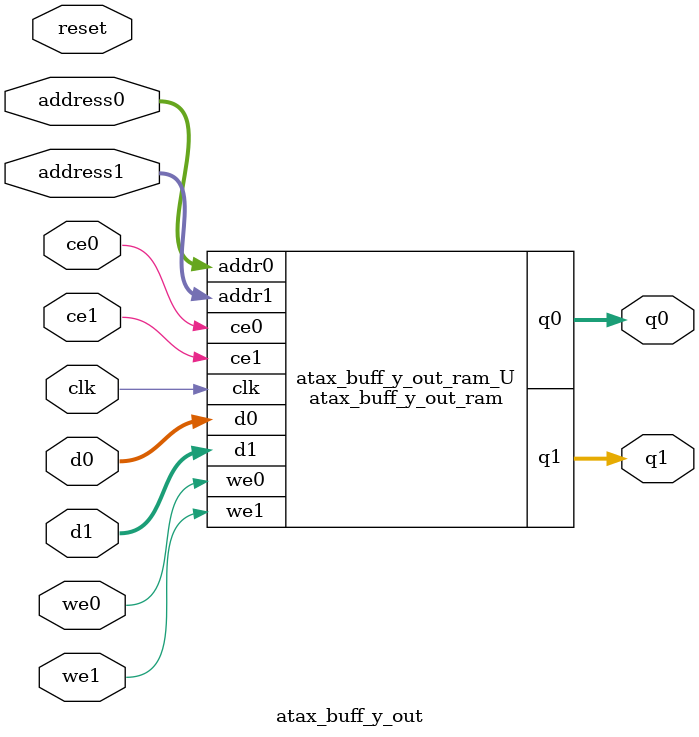
<source format=v>

`timescale 1 ns / 1 ps
module atax_buff_y_out_ram (addr0, ce0, d0, we0, q0, addr1, ce1, d1, we1, q1,  clk);

parameter DWIDTH = 32;
parameter AWIDTH = 6;
parameter MEM_SIZE = 64;

input[AWIDTH-1:0] addr0;
input ce0;
input[DWIDTH-1:0] d0;
input we0;
output reg[DWIDTH-1:0] q0;
input[AWIDTH-1:0] addr1;
input ce1;
input[DWIDTH-1:0] d1;
input we1;
output reg[DWIDTH-1:0] q1;
input clk;

(* ram_style = "block" *)reg [DWIDTH-1:0] ram[0:MEM_SIZE-1];




always @(posedge clk)  
begin 
    if (ce0) 
    begin
        if (we0) 
        begin 
            ram[addr0] <= d0; 
            q0 <= d0;
        end 
        else 
            q0 <= ram[addr0];
    end
end


always @(posedge clk)  
begin 
    if (ce1) 
    begin
        if (we1) 
        begin 
            ram[addr1] <= d1; 
            q1 <= d1;
        end 
        else 
            q1 <= ram[addr1];
    end
end


endmodule


`timescale 1 ns / 1 ps
module atax_buff_y_out(
    reset,
    clk,
    address0,
    ce0,
    we0,
    d0,
    q0,
    address1,
    ce1,
    we1,
    d1,
    q1);

parameter DataWidth = 32'd32;
parameter AddressRange = 32'd64;
parameter AddressWidth = 32'd6;
input reset;
input clk;
input[AddressWidth - 1:0] address0;
input ce0;
input we0;
input[DataWidth - 1:0] d0;
output[DataWidth - 1:0] q0;
input[AddressWidth - 1:0] address1;
input ce1;
input we1;
input[DataWidth - 1:0] d1;
output[DataWidth - 1:0] q1;



atax_buff_y_out_ram atax_buff_y_out_ram_U(
    .clk( clk ),
    .addr0( address0 ),
    .ce0( ce0 ),
    .we0( we0 ),
    .d0( d0 ),
    .q0( q0 ),
    .addr1( address1 ),
    .ce1( ce1 ),
    .we1( we1 ),
    .d1( d1 ),
    .q1( q1 ));

endmodule


</source>
